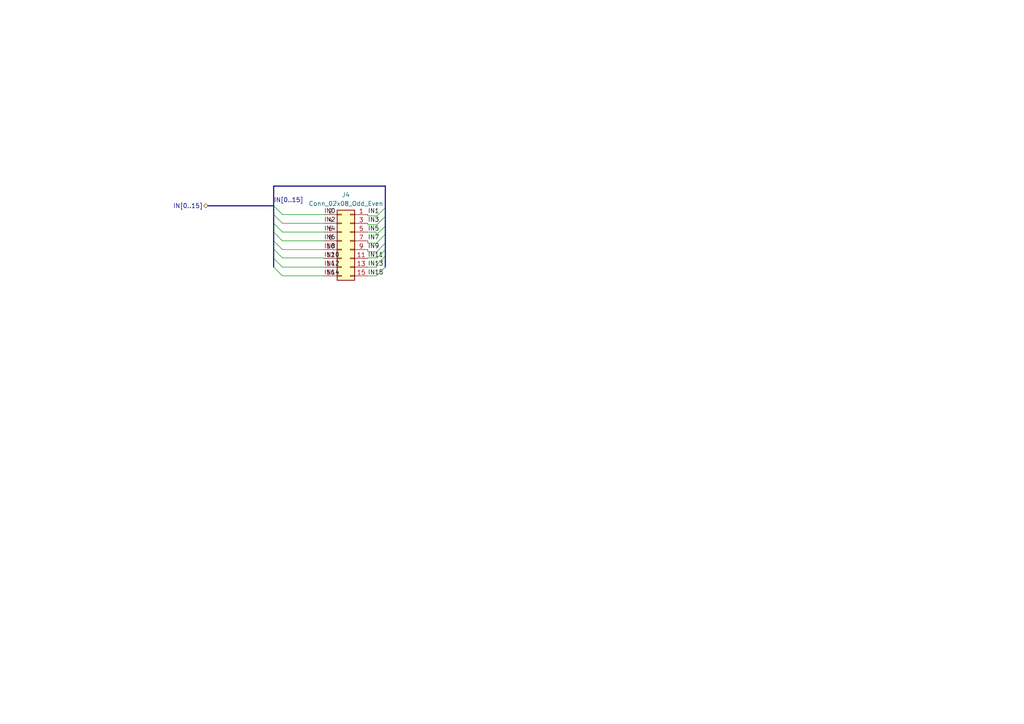
<source format=kicad_sch>
(kicad_sch (version 20231120) (generator "eeschema") (generator_version "8.0")
  (paper "A4")
  (lib_symbols
    (symbol "Connector_Generic:Conn_02x08_Odd_Even" (pin_names (offset 1.016) hide)
      (property "Reference" "J" (at 1.27 10.16 0))
      (property "Value" "Conn_02x08_Odd_Even" (at 1.27 -12.7 0))
      (symbol "Conn_02x08_Odd_Even_1_1"
        (rectangle (start -1.27 -10.033) (end 0 -10.287) (stroke (width 0.1524)))
        (rectangle (start -1.27 -7.493) (end 0 -7.747) (stroke (width 0.1524)))
        (rectangle (start -1.27 -4.953) (end 0 -5.207) (stroke (width 0.1524)))
        (rectangle (start -1.27 -2.413) (end 0 -2.667) (stroke (width 0.1524)))
        (rectangle (start -1.27 0.127) (end 0 -0.127) (stroke (width 0.1524)))
        (rectangle (start -1.27 2.667) (end 0 2.413) (stroke (width 0.1524)))
        (rectangle (start -1.27 5.207) (end 0 4.953) (stroke (width 0.1524)))
        (rectangle (start -1.27 7.747) (end 0 7.493) (stroke (width 0.1524)))
        (rectangle (start -1.27 8.89) (end 3.81 -11.43) (stroke (width 0.254)) (fill (type background)))
        (rectangle (start 3.81 -10.033) (end 2.54 -10.287) (stroke (width 0.1524)))
        (rectangle (start 3.81 -7.493) (end 2.54 -7.747) (stroke (width 0.1524)))
        (rectangle (start 3.81 -4.953) (end 2.54 -5.207) (stroke (width 0.1524)))
        (rectangle (start 3.81 -2.413) (end 2.54 -2.667) (stroke (width 0.1524)))
        (rectangle (start 3.81 0.127) (end 2.54 -0.127) (stroke (width 0.1524)))
        (rectangle (start 3.81 2.667) (end 2.54 2.413) (stroke (width 0.1524)))
        (rectangle (start 3.81 5.207) (end 2.54 4.953) (stroke (width 0.1524)))
        (rectangle (start 3.81 7.747) (end 2.54 7.493) (stroke (width 0.1524)))
        (pin passive line (at -5.08 7.62 0) (length 3.81) (name "Pin_1") (number "1"))
        (pin passive line (at 7.62 -2.54 180) (length 3.81) (name "Pin_10") (number "10"))
        (pin passive line (at -5.08 -5.08 0) (length 3.81) (name "Pin_11") (number "11"))
        (pin passive line (at 7.62 -5.08 180) (length 3.81) (name "Pin_12") (number "12"))
        (pin passive line (at -5.08 -7.62 0) (length 3.81) (name "Pin_13") (number "13"))
        (pin passive line (at 7.62 -7.62 180) (length 3.81) (name "Pin_14") (number "14"))
        (pin passive line (at -5.08 -10.16 0) (length 3.81) (name "Pin_15") (number "15"))
        (pin passive line (at 7.62 -10.16 180) (length 3.81) (name "Pin_16") (number "16"))
        (pin passive line (at 7.62 7.62 180) (length 3.81) (name "Pin_2") (number "2"))
        (pin passive line (at -5.08 5.08 0) (length 3.81) (name "Pin_3") (number "3"))
        (pin passive line (at 7.62 5.08 180) (length 3.81) (name "Pin_4") (number "4"))
        (pin passive line (at -5.08 2.54 0) (length 3.81) (name "Pin_5") (number "5"))
        (pin passive line (at 7.62 2.54 180) (length 3.81) (name "Pin_6") (number "6"))
        (pin passive line (at -5.08 0 0) (length 3.81) (name "Pin_7") (number "7"))
        (pin passive line (at 7.62 0 180) (length 3.81) (name "Pin_8") (number "8"))
        (pin passive line (at -5.08 -2.54 0) (length 3.81) (name "Pin_9") (number "9"))
      )
    )
  )
  (bus_entry (at 79.375 77.47) (size 2.54 2.54))
  (bus_entry (at 111.76 74.295) (size -2.54 2.54))
  (bus_entry (at 111.76 67.945) (size -2.54 2.54))
  (bus_entry (at 79.375 74.93) (size 2.54 2.54))
  (bus_entry (at 111.76 77.47) (size -2.54 2.54))
  (bus_entry (at 111.633 65.659) (size -2.54 2.54))
  (bus_entry (at 111.887 72.263) (size -2.54 2.54))
  (bus_entry (at 79.375 59.69) (size 2.54 2.54))
  (bus_entry (at 79.375 67.31) (size 2.54 2.54))
  (bus_entry (at 111.76 70.485) (size -2.54 2.54))
  (bus_entry (at 111.887 60.071) (size -2.54 2.54))
  (bus_entry (at 79.375 64.77) (size 2.54 2.54))
  (bus_entry (at 79.375 72.263) (size 2.54 2.54))
  (bus_entry (at 111.887 62.611) (size -2.54 2.54))
  (bus_entry (at 79.375 69.85) (size 2.54 2.54))
  (bus_entry (at 79.375 62.23) (size 2.54 2.54))
  (wire (pts (xy 81.915 64.77) (xy 93.98 64.77)))
  (bus (pts (xy 79.375 69.85) (xy 79.375 72.263)))
  (wire (pts (xy 106.68 65.151) (xy 106.68 64.77)))
  (wire (pts (xy 109.347 62.611) (xy 106.68 62.611)))
  (bus (pts (xy 79.375 62.23) (xy 79.375 64.77)))
  (bus (pts (xy 60.325 59.69) (xy 79.375 59.69)))
  (wire (pts (xy 81.915 69.85) (xy 93.98 69.85)))
  (bus (pts (xy 79.375 53.975) (xy 111.76 53.975)))
  (wire (pts (xy 106.68 80.01) (xy 109.22 80.01)))
  (bus (pts (xy 79.375 67.31) (xy 79.375 69.85)))
  (wire (pts (xy 81.915 74.803) (xy 93.98 74.803)))
  (wire (pts (xy 81.915 72.39) (xy 93.98 72.39)))
  (bus (pts (xy 79.375 74.93) (xy 79.375 77.47)))
  (wire (pts (xy 81.915 80.01) (xy 93.98 80.01)))
  (bus (pts (xy 111.76 53.975) (xy 111.76 67.945)))
  (wire (pts (xy 106.68 73.025) (xy 106.68 72.39)))
  (wire (pts (xy 109.22 70.485) (xy 106.68 70.485)))
  (wire (pts (xy 106.68 74.803) (xy 106.68 74.93)))
  (bus (pts (xy 79.375 72.263) (xy 79.375 74.93)))
  (wire (pts (xy 109.347 65.151) (xy 106.68 65.151)))
  (wire (pts (xy 106.68 70.485) (xy 106.68 69.85)))
  (wire (pts (xy 109.22 76.835) (xy 109.22 77.47)))
  (bus (pts (xy 79.375 64.77) (xy 79.375 67.31)))
  (bus (pts (xy 111.76 74.295) (xy 111.76 77.47)))
  (wire (pts (xy 109.347 74.803) (xy 106.68 74.803)))
  (bus (pts (xy 79.375 59.69) (xy 79.375 62.23)))
  (wire (pts (xy 109.22 73.025) (xy 106.68 73.025)))
  (bus (pts (xy 111.76 70.485) (xy 111.76 74.295)))
  (bus (pts (xy 111.76 67.945) (xy 111.76 70.485)))
  (wire (pts (xy 81.915 77.47) (xy 93.98 77.47)))
  (wire (pts (xy 109.22 77.47) (xy 106.68 77.47)))
  (wire (pts (xy 109.093 68.199) (xy 109.093 67.31)))
  (wire (pts (xy 81.915 62.23) (xy 93.98 62.23)))
  (bus (pts (xy 79.375 53.975) (xy 79.375 59.69)))
  (wire (pts (xy 109.093 67.31) (xy 106.68 67.31)))
  (wire (pts (xy 81.915 67.31) (xy 93.98 67.31)))
  (wire (pts (xy 106.68 62.611) (xy 106.68 62.23)))
  (wire (pts (xy 93.98 74.803) (xy 93.98 74.93)))
  (label "IN8" (at 93.98 72.39 0))
  (label "IN3" (at 106.68 64.77 0))
  (label "IN[0..15]" (at 79.375 59.055 0))
  (label "IN15" (at 106.68 80.01 0))
  (label "IN6" (at 93.98 69.85 0))
  (label "IN12" (at 93.98 77.47 0))
  (label "IN9" (at 106.68 72.39 0))
  (label "IN13" (at 106.68 77.47 0))
  (label "IN1" (at 106.68 62.23 0))
  (label "IN14" (at 93.98 80.01 0))
  (label "IN2" (at 93.98 64.77 0))
  (label "IN4" (at 93.98 67.31 0))
  (label "IN7" (at 106.68 69.85 0))
  (label "IN5" (at 106.68 67.31 0))
  (label "IN10" (at 93.98 74.93 0))
  (label "IN11" (at 106.68 74.93 0))
  (label "IN0" (at 93.98 62.23 0))
  (hierarchical_label "IN[0..15]" (shape tri_state) (at 60.325 59.69 180))
  (symbol (lib_id "Connector_Generic:Conn_02x08_Odd_Even") (at 101.6 69.85 0) (mirror y) (unit 1)
    (property "Reference" "J4" (at 100.33 56.515 0))
    (property "Value" "Conn_02x08_Odd_Even" (at 100.33 59.055 0))
    (property "Footprint" "Connector_PinSocket_2.54mm:PinSocket_2x08_P2.54mm_Vertical" (effects (hide yes)))
    (property "Description" "Generic connector, double row, 02x08, odd/even pin numbering scheme (row 1 odd numbers, row 2 even numbers), script generated (kicad-library-utils/schlib/autogen/connector/)" (effects (hide yes)))
    (instances (project "AOS16 Double Buffer - Copy" (path "" (reference "J4") (unit 1)) (path "" (reference "J3") (unit 1))))
  )
)
</source>
